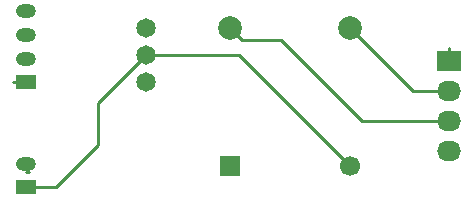
<source format=gbr>
G04 #@! TF.FileFunction,Copper,L2,Bot,Signal*
%FSLAX46Y46*%
G04 Gerber Fmt 4.6, Leading zero omitted, Abs format (unit mm)*
G04 Created by KiCad (PCBNEW 4.0.4-stable) date 01/06/17 20:42:19*
%MOMM*%
%LPD*%
G01*
G04 APERTURE LIST*
%ADD10C,0.100000*%
%ADD11R,1.700000X1.200000*%
%ADD12O,1.700000X1.200000*%
%ADD13R,2.032000X1.727200*%
%ADD14O,2.032000X1.727200*%
%ADD15C,1.699260*%
%ADD16R,1.699260X1.699260*%
%ADD17C,1.998980*%
%ADD18C,1.651000*%
%ADD19C,0.250000*%
G04 APERTURE END LIST*
D10*
D11*
X42164000Y-97282000D03*
D12*
X42164000Y-95282000D03*
X42164000Y-93282000D03*
X42164000Y-91282000D03*
D11*
X42164000Y-106172000D03*
D12*
X42164000Y-104172000D03*
D13*
X77978000Y-95504000D03*
D14*
X77978000Y-98044000D03*
X77978000Y-100584000D03*
X77978000Y-103124000D03*
D15*
X69596000Y-104394000D03*
D16*
X59436000Y-104394000D03*
D17*
X59436000Y-92710000D03*
X69596000Y-92710000D03*
D18*
X52324000Y-94996000D03*
X52324000Y-92710000D03*
X52324000Y-97282000D03*
D19*
X42164000Y-106172000D02*
X44704000Y-106172000D01*
X48260000Y-102616000D02*
X48260000Y-99060000D01*
X44704000Y-106172000D02*
X48260000Y-102616000D01*
X48260000Y-99060000D02*
X52324000Y-94996000D01*
X63737489Y-93709489D02*
X70612000Y-100584000D01*
X70612000Y-100584000D02*
X77978000Y-100584000D01*
X59436000Y-92710000D02*
X60435489Y-93709489D01*
X60435489Y-93709489D02*
X63737489Y-93709489D01*
X52324000Y-94996000D02*
X60198000Y-94996000D01*
X60198000Y-94996000D02*
X69596000Y-104394000D01*
X42418000Y-104902000D02*
X42164000Y-104902000D01*
X77978000Y-98044000D02*
X74930000Y-98044000D01*
X74930000Y-98044000D02*
X69596000Y-92710000D01*
X42164000Y-97282000D02*
X41064000Y-97282000D01*
X77978000Y-95504000D02*
X77978000Y-94390400D01*
X77978000Y-98044000D02*
X76712000Y-98044000D01*
X77470000Y-100584000D02*
X77978000Y-100584000D01*
M02*

</source>
